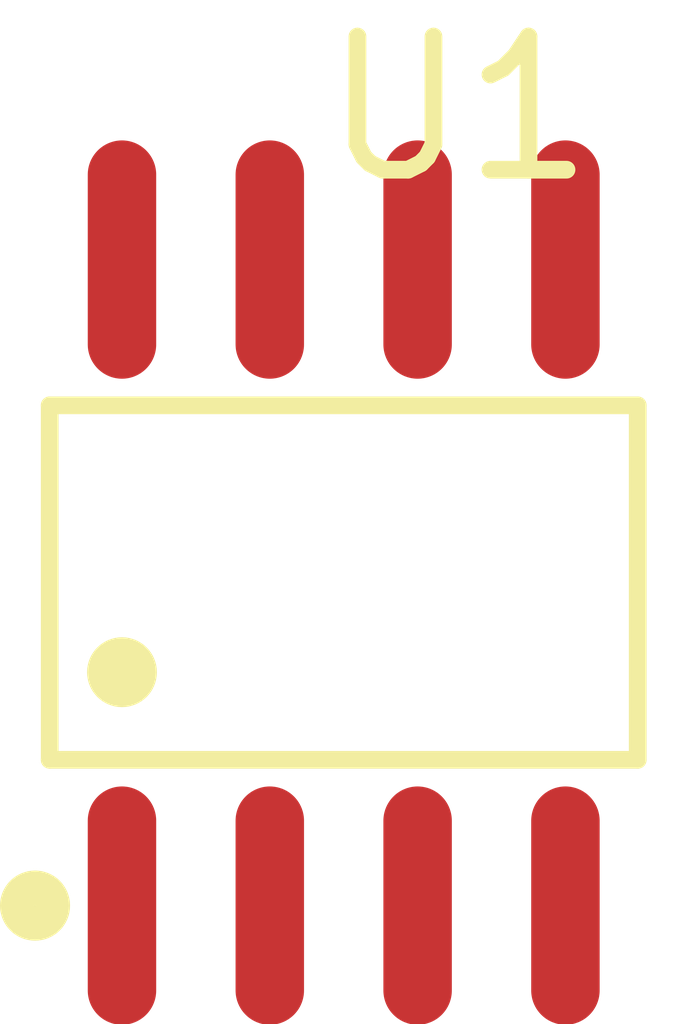
<source format=kicad_pcb>
(kicad_pcb (version 20211014) (generator pcbnew)
  (layers (0 "F.Cu" signal) (31 "B.Cu" signal) (34 "B.Paste" user) (35 "F.Paste" user) (36 "B.SilkS" user "B.Silkscreen") (37 "F.SilkS" user "F.Silkscreen") (38 "B.Mask" user) (39 "F.Mask" user) (44 "Edge.Cuts" user))
  (net 0 "")
  (footprint "easyeda:SOIC-8_L4.9-W3.9-P1.27-LS6.0-BL" (layer "F.Cu") (at 12.7 12.7)
    (fp_text reference "U1" (at -0.254 -4.064) (layer "F.SilkS") (effects (font (size 1.143 1.143) (thickness 0.152)) (justify left)))
    (fp_text value "SOIC-8_L4.9-W3.9-P1.27-LS6.0-BL" hide)
    (fp_line (start 2.526 1.521) (end -2.526 1.521) (layer "F.SilkS") (width 0.152))
    (fp_line (start -2.526 -1.521) (end 2.526 -1.521) (layer "F.SilkS") (width 0.152))
    (fp_line (start 2.526 -1.521) (end 2.526 1.521) (layer "F.SilkS") (width 0.152))
    (fp_line (start -2.526 1.521) (end -2.526 -1.521) (layer "F.SilkS") (width 0.152))
    (fp_circle (center -1.905 0.769) (end -1.755 0.769) (layer "F.SilkS") (width 0.3) (fill none))
    (fp_circle (center -2.652 2.772) (end -2.501 2.772) (layer "F.SilkS") (width 0.3) (fill none))
    (pad "1" smd oval locked (at -1.905 2.772) (size 0.588 2.045) (layers "F.Cu" "F.Paste" "F.Mask"))
    (pad "2" smd oval locked (at -0.635 2.772) (size 0.588 2.045) (layers "F.Cu" "F.Paste" "F.Mask"))
    (pad "3" smd oval locked (at 0.635 2.772) (size 0.588 2.045) (layers "F.Cu" "F.Paste" "F.Mask"))
    (pad "4" smd oval locked (at 1.905 2.772) (size 0.588 2.045) (layers "F.Cu" "F.Paste" "F.Mask"))
    (pad "5" smd oval locked (at 1.905 -2.772) (size 0.588 2.045) (layers "F.Cu" "F.Paste" "F.Mask"))
    (pad "6" smd oval locked (at 0.635 -2.772) (size 0.588 2.045) (layers "F.Cu" "F.Paste" "F.Mask"))
    (pad "7" smd oval locked (at -0.635 -2.772) (size 0.588 2.045) (layers "F.Cu" "F.Paste" "F.Mask"))
    (pad "8" smd oval locked (at -1.905 -2.772) (size 0.588 2.045) (layers "F.Cu" "F.Paste" "F.Mask"))
  )
)
</source>
